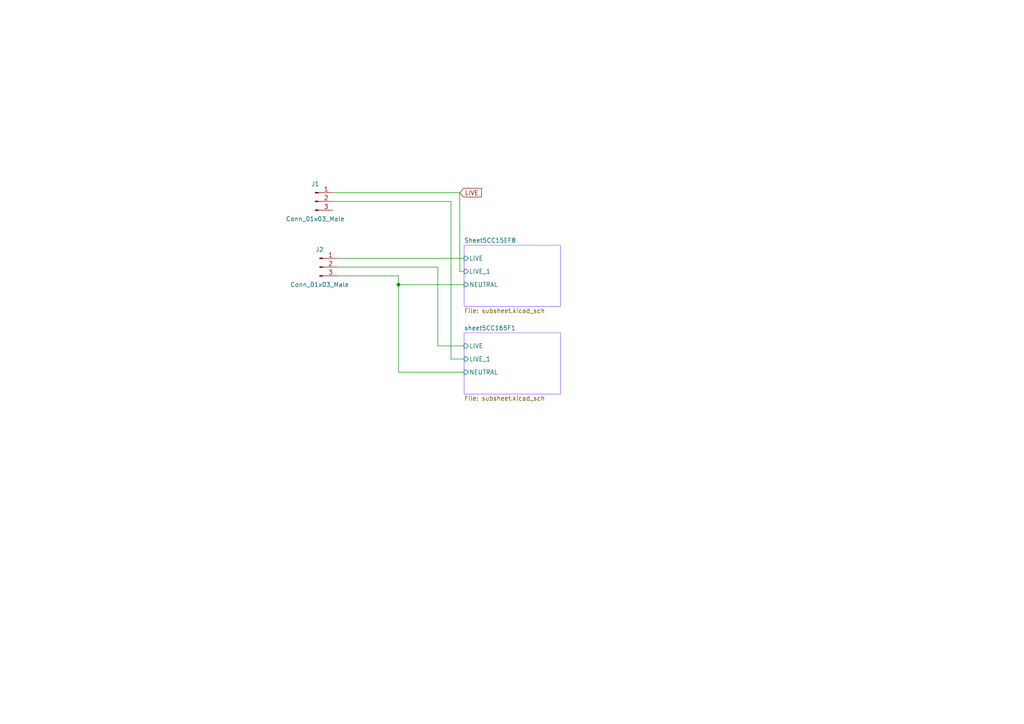
<source format=kicad_sch>
(kicad_sch (version 20200512) (host eeschema "(5.99.0-1712-g5a9e69b14)")
  (page 1 3)
  (paper "A4")
  (lib_symbols
    (symbol "Connector:Conn_01x03_Male" (pin_names hide)
      (property "Reference" "J" (at 0 5.08 0))
      (property "Value" "Conn_01x03_Male" (at 0 -5.08 0))
      (symbol "Conn_01x03_Male_1_1"
        (rectangle (start 0.8636 -2.413) (end 0 -2.667) (fill (type outline)))
        (rectangle (start 0.8636 0.127) (end 0 -0.127) (fill (type outline)))
        (rectangle (start 0.8636 2.667) (end 0 2.413) (fill (type outline)))
        (polyline (pts (xy 1.27 -2.54) (xy 0.8636 -2.54)))
        (polyline (pts (xy 1.27 0) (xy 0.8636 0)))
        (polyline (pts (xy 1.27 2.54) (xy 0.8636 2.54)))
        (pin passive line (at 5.08 2.54 180) (length 3.81) (name "Pin_1") (number "1"))
        (pin passive line (at 5.08 0 180) (length 3.81) (name "Pin_2") (number "2"))
        (pin passive line (at 5.08 -2.54 180) (length 3.81) (name "Pin_3") (number "3"))
      )
    )
  )
  (junction (at 115.57 82.55))
  (wire (pts (xy 96.52 58.42) (xy 130.81 58.42)))
  (wire (pts (xy 97.79 77.47) (xy 127 77.47)))
  (wire (pts (xy 97.79 80.01) (xy 115.57 80.01)))
  (wire (pts (xy 115.57 80.01) (xy 115.57 82.55)))
  (wire (pts (xy 115.57 82.55) (xy 115.57 107.95)))
  (wire (pts (xy 115.57 82.55) (xy 134.62 82.55)))
  (wire (pts (xy 115.57 107.95) (xy 134.62 107.95)))
  (wire (pts (xy 127 77.47) (xy 127 100.33)))
  (wire (pts (xy 127 100.33) (xy 134.62 100.33)))
  (wire (pts (xy 130.81 58.42) (xy 130.81 104.14)))
  (wire (pts (xy 130.81 104.14) (xy 134.62 104.14)))
  (wire (pts (xy 133.35 55.88) (xy 96.52 55.88)))
  (wire (pts (xy 133.35 78.74) (xy 133.35 55.88)))
  (wire (pts (xy 134.62 74.93) (xy 97.79 74.93)))
  (wire (pts (xy 134.62 78.74) (xy 133.35 78.74)))
  (global_label "LIVE" (shape input) (at 133.35 55.88 0))
  (symbol (lib_id "Connector:Conn_01x03_Male") (at 91.44 58.42 0) (unit 1)
    (property "Reference" "J1" (at 91.44 53.34 0))
    (property "Value" "Conn_01x03_Male" (at 91.44 63.5 0))
    (property "Footprint" "Connector_PinHeader_2.54mm:PinHeader_1x03_P2.54mm_Vertical" (effects hide))
  )
  (symbol (lib_id "Connector:Conn_01x03_Male") (at 92.71 77.47 0) (unit 1)
    (property "Reference" "J2" (at 92.71 72.39 0))
    (property "Value" "Conn_01x03_Male" (at 92.71 82.55 0))
    (property "Footprint" "Connector_PinHeader_2.54mm:PinHeader_1x03_P2.54mm_Vertical" (effects hide))
  )
  (sheet (at 134.62 71.12) (size 27.94 17.78) (stroke (color 174 129 255 1)) (fill (color 255 255 255 0.0000))
    (property "Sheet name" "Sheet5CC15EF8" (at 134.62 70.4845 0) (effects (justify left bottom)))
    (property "Sheet file" "subsheet.kicad_sch" (at 134.62 89.4085 0) (effects (justify left top)))
    (pin "LIVE" input (at 134.62 74.93 180))
    (pin "NEUTRAL" input (at 134.62 82.55 180))
    (pin "LIVE_1" input (at 134.62 78.74 180))
  )
  (sheet (at 134.62 96.52) (size 27.94 17.78) (stroke (color 174 129 255 1)) (fill (color 255 255 255 0.0000))
    (property "Sheet name" "sheet5CC165F1" (at 134.62 95.8845 0) (effects (justify left bottom)))
    (property "Sheet file" "subsheet.kicad_sch" (at 134.62 114.8085 0) (effects (justify left top)))
    (pin "LIVE" input (at 134.62 100.33 180))
    (pin "NEUTRAL" input (at 134.62 107.95 180))
    (pin "LIVE_1" input (at 134.62 104.14 180))
  )
)
</source>
